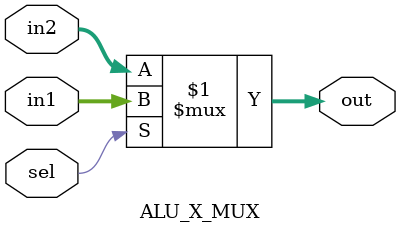
<source format=v>
`timescale 1ns / 1ps
module ALU_X_MUX(in1,in2,out,sel );
	input [15:0] in1,in2;
	output [15:0] out;
	input sel;
	assign out= sel ? in1: in2;

endmodule

</source>
